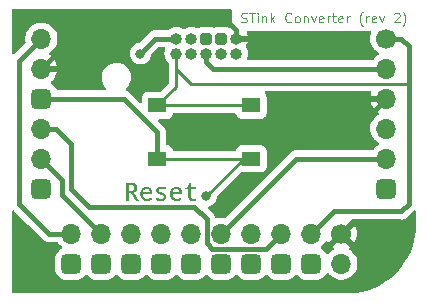
<source format=gtl>
%TF.GenerationSoftware,KiCad,Pcbnew,7.0.1*%
%TF.CreationDate,2023-05-29T15:36:49+02:00*%
%TF.ProjectId,stlink-converter,73746c69-6e6b-42d6-936f-6e7665727465,rev?*%
%TF.SameCoordinates,Original*%
%TF.FileFunction,Copper,L1,Top*%
%TF.FilePolarity,Positive*%
%FSLAX46Y46*%
G04 Gerber Fmt 4.6, Leading zero omitted, Abs format (unit mm)*
G04 Created by KiCad (PCBNEW 7.0.1) date 2023-05-29 15:36:49*
%MOMM*%
%LPD*%
G01*
G04 APERTURE LIST*
G04 Aperture macros list*
%AMRoundRect*
0 Rectangle with rounded corners*
0 $1 Rounding radius*
0 $2 $3 $4 $5 $6 $7 $8 $9 X,Y pos of 4 corners*
0 Add a 4 corners polygon primitive as box body*
4,1,4,$2,$3,$4,$5,$6,$7,$8,$9,$2,$3,0*
0 Add four circle primitives for the rounded corners*
1,1,$1+$1,$2,$3*
1,1,$1+$1,$4,$5*
1,1,$1+$1,$6,$7*
1,1,$1+$1,$8,$9*
0 Add four rect primitives between the rounded corners*
20,1,$1+$1,$2,$3,$4,$5,0*
20,1,$1+$1,$4,$5,$6,$7,0*
20,1,$1+$1,$6,$7,$8,$9,0*
20,1,$1+$1,$8,$9,$2,$3,0*%
G04 Aperture macros list end*
%ADD10C,0.100000*%
%TA.AperFunction,NonConductor*%
%ADD11C,0.100000*%
%TD*%
%ADD12C,0.300000*%
%TA.AperFunction,NonConductor*%
%ADD13C,0.300000*%
%TD*%
%TA.AperFunction,ComponentPad*%
%ADD14C,1.000000*%
%TD*%
%TA.AperFunction,ComponentPad*%
%ADD15O,1.000000X1.000000*%
%TD*%
%TA.AperFunction,ComponentPad*%
%ADD16RoundRect,0.250000X0.250000X-0.250000X0.250000X0.250000X-0.250000X0.250000X-0.250000X-0.250000X0*%
%TD*%
%TA.AperFunction,ComponentPad*%
%ADD17RoundRect,0.425000X-0.425000X0.425000X-0.425000X-0.425000X0.425000X-0.425000X0.425000X0.425000X0*%
%TD*%
%TA.AperFunction,ComponentPad*%
%ADD18O,1.700000X1.700000*%
%TD*%
%TA.AperFunction,ComponentPad*%
%ADD19C,1.700000*%
%TD*%
%TA.AperFunction,SMDPad,CuDef*%
%ADD20R,1.550000X1.300000*%
%TD*%
%TA.AperFunction,ComponentPad*%
%ADD21RoundRect,0.425000X-0.425000X-0.425000X0.425000X-0.425000X0.425000X0.425000X-0.425000X0.425000X0*%
%TD*%
%TA.AperFunction,ComponentPad*%
%ADD22RoundRect,0.425000X0.425000X0.425000X-0.425000X0.425000X-0.425000X-0.425000X0.425000X-0.425000X0*%
%TD*%
%TA.AperFunction,ViaPad*%
%ADD23C,0.800000*%
%TD*%
%TA.AperFunction,Conductor*%
%ADD24C,0.400000*%
%TD*%
%TA.AperFunction,Conductor*%
%ADD25C,0.250000*%
%TD*%
G04 APERTURE END LIST*
D10*
D11*
X112166380Y-68444000D02*
X112280666Y-68482095D01*
X112280666Y-68482095D02*
X112471142Y-68482095D01*
X112471142Y-68482095D02*
X112547333Y-68444000D01*
X112547333Y-68444000D02*
X112585428Y-68405904D01*
X112585428Y-68405904D02*
X112623523Y-68329714D01*
X112623523Y-68329714D02*
X112623523Y-68253523D01*
X112623523Y-68253523D02*
X112585428Y-68177333D01*
X112585428Y-68177333D02*
X112547333Y-68139238D01*
X112547333Y-68139238D02*
X112471142Y-68101142D01*
X112471142Y-68101142D02*
X112318761Y-68063047D01*
X112318761Y-68063047D02*
X112242571Y-68024952D01*
X112242571Y-68024952D02*
X112204476Y-67986857D01*
X112204476Y-67986857D02*
X112166380Y-67910666D01*
X112166380Y-67910666D02*
X112166380Y-67834476D01*
X112166380Y-67834476D02*
X112204476Y-67758285D01*
X112204476Y-67758285D02*
X112242571Y-67720190D01*
X112242571Y-67720190D02*
X112318761Y-67682095D01*
X112318761Y-67682095D02*
X112509238Y-67682095D01*
X112509238Y-67682095D02*
X112623523Y-67720190D01*
X112852095Y-67682095D02*
X113309238Y-67682095D01*
X113080666Y-68482095D02*
X113080666Y-67682095D01*
X113575905Y-68482095D02*
X113575905Y-67948761D01*
X113575905Y-67682095D02*
X113537809Y-67720190D01*
X113537809Y-67720190D02*
X113575905Y-67758285D01*
X113575905Y-67758285D02*
X113614000Y-67720190D01*
X113614000Y-67720190D02*
X113575905Y-67682095D01*
X113575905Y-67682095D02*
X113575905Y-67758285D01*
X113956857Y-67948761D02*
X113956857Y-68482095D01*
X113956857Y-68024952D02*
X113994952Y-67986857D01*
X113994952Y-67986857D02*
X114071142Y-67948761D01*
X114071142Y-67948761D02*
X114185428Y-67948761D01*
X114185428Y-67948761D02*
X114261619Y-67986857D01*
X114261619Y-67986857D02*
X114299714Y-68063047D01*
X114299714Y-68063047D02*
X114299714Y-68482095D01*
X114680667Y-68482095D02*
X114680667Y-67682095D01*
X114756857Y-68177333D02*
X114985429Y-68482095D01*
X114985429Y-67948761D02*
X114680667Y-68253523D01*
X116394953Y-68405904D02*
X116356857Y-68444000D01*
X116356857Y-68444000D02*
X116242572Y-68482095D01*
X116242572Y-68482095D02*
X116166381Y-68482095D01*
X116166381Y-68482095D02*
X116052095Y-68444000D01*
X116052095Y-68444000D02*
X115975905Y-68367809D01*
X115975905Y-68367809D02*
X115937810Y-68291619D01*
X115937810Y-68291619D02*
X115899714Y-68139238D01*
X115899714Y-68139238D02*
X115899714Y-68024952D01*
X115899714Y-68024952D02*
X115937810Y-67872571D01*
X115937810Y-67872571D02*
X115975905Y-67796380D01*
X115975905Y-67796380D02*
X116052095Y-67720190D01*
X116052095Y-67720190D02*
X116166381Y-67682095D01*
X116166381Y-67682095D02*
X116242572Y-67682095D01*
X116242572Y-67682095D02*
X116356857Y-67720190D01*
X116356857Y-67720190D02*
X116394953Y-67758285D01*
X116852095Y-68482095D02*
X116775905Y-68444000D01*
X116775905Y-68444000D02*
X116737810Y-68405904D01*
X116737810Y-68405904D02*
X116699714Y-68329714D01*
X116699714Y-68329714D02*
X116699714Y-68101142D01*
X116699714Y-68101142D02*
X116737810Y-68024952D01*
X116737810Y-68024952D02*
X116775905Y-67986857D01*
X116775905Y-67986857D02*
X116852095Y-67948761D01*
X116852095Y-67948761D02*
X116966381Y-67948761D01*
X116966381Y-67948761D02*
X117042572Y-67986857D01*
X117042572Y-67986857D02*
X117080667Y-68024952D01*
X117080667Y-68024952D02*
X117118762Y-68101142D01*
X117118762Y-68101142D02*
X117118762Y-68329714D01*
X117118762Y-68329714D02*
X117080667Y-68405904D01*
X117080667Y-68405904D02*
X117042572Y-68444000D01*
X117042572Y-68444000D02*
X116966381Y-68482095D01*
X116966381Y-68482095D02*
X116852095Y-68482095D01*
X117461620Y-67948761D02*
X117461620Y-68482095D01*
X117461620Y-68024952D02*
X117499715Y-67986857D01*
X117499715Y-67986857D02*
X117575905Y-67948761D01*
X117575905Y-67948761D02*
X117690191Y-67948761D01*
X117690191Y-67948761D02*
X117766382Y-67986857D01*
X117766382Y-67986857D02*
X117804477Y-68063047D01*
X117804477Y-68063047D02*
X117804477Y-68482095D01*
X118109239Y-67948761D02*
X118299715Y-68482095D01*
X118299715Y-68482095D02*
X118490192Y-67948761D01*
X119099716Y-68444000D02*
X119023525Y-68482095D01*
X119023525Y-68482095D02*
X118871144Y-68482095D01*
X118871144Y-68482095D02*
X118794954Y-68444000D01*
X118794954Y-68444000D02*
X118756858Y-68367809D01*
X118756858Y-68367809D02*
X118756858Y-68063047D01*
X118756858Y-68063047D02*
X118794954Y-67986857D01*
X118794954Y-67986857D02*
X118871144Y-67948761D01*
X118871144Y-67948761D02*
X119023525Y-67948761D01*
X119023525Y-67948761D02*
X119099716Y-67986857D01*
X119099716Y-67986857D02*
X119137811Y-68063047D01*
X119137811Y-68063047D02*
X119137811Y-68139238D01*
X119137811Y-68139238D02*
X118756858Y-68215428D01*
X119480668Y-68482095D02*
X119480668Y-67948761D01*
X119480668Y-68101142D02*
X119518763Y-68024952D01*
X119518763Y-68024952D02*
X119556858Y-67986857D01*
X119556858Y-67986857D02*
X119633049Y-67948761D01*
X119633049Y-67948761D02*
X119709239Y-67948761D01*
X119861620Y-67948761D02*
X120166382Y-67948761D01*
X119975906Y-67682095D02*
X119975906Y-68367809D01*
X119975906Y-68367809D02*
X120014001Y-68444000D01*
X120014001Y-68444000D02*
X120090191Y-68482095D01*
X120090191Y-68482095D02*
X120166382Y-68482095D01*
X120737811Y-68444000D02*
X120661620Y-68482095D01*
X120661620Y-68482095D02*
X120509239Y-68482095D01*
X120509239Y-68482095D02*
X120433049Y-68444000D01*
X120433049Y-68444000D02*
X120394953Y-68367809D01*
X120394953Y-68367809D02*
X120394953Y-68063047D01*
X120394953Y-68063047D02*
X120433049Y-67986857D01*
X120433049Y-67986857D02*
X120509239Y-67948761D01*
X120509239Y-67948761D02*
X120661620Y-67948761D01*
X120661620Y-67948761D02*
X120737811Y-67986857D01*
X120737811Y-67986857D02*
X120775906Y-68063047D01*
X120775906Y-68063047D02*
X120775906Y-68139238D01*
X120775906Y-68139238D02*
X120394953Y-68215428D01*
X121118763Y-68482095D02*
X121118763Y-67948761D01*
X121118763Y-68101142D02*
X121156858Y-68024952D01*
X121156858Y-68024952D02*
X121194953Y-67986857D01*
X121194953Y-67986857D02*
X121271144Y-67948761D01*
X121271144Y-67948761D02*
X121347334Y-67948761D01*
X122452096Y-68786857D02*
X122414001Y-68748761D01*
X122414001Y-68748761D02*
X122337810Y-68634476D01*
X122337810Y-68634476D02*
X122299715Y-68558285D01*
X122299715Y-68558285D02*
X122261620Y-68444000D01*
X122261620Y-68444000D02*
X122223525Y-68253523D01*
X122223525Y-68253523D02*
X122223525Y-68101142D01*
X122223525Y-68101142D02*
X122261620Y-67910666D01*
X122261620Y-67910666D02*
X122299715Y-67796380D01*
X122299715Y-67796380D02*
X122337810Y-67720190D01*
X122337810Y-67720190D02*
X122414001Y-67605904D01*
X122414001Y-67605904D02*
X122452096Y-67567809D01*
X122756858Y-68482095D02*
X122756858Y-67948761D01*
X122756858Y-68101142D02*
X122794953Y-68024952D01*
X122794953Y-68024952D02*
X122833048Y-67986857D01*
X122833048Y-67986857D02*
X122909239Y-67948761D01*
X122909239Y-67948761D02*
X122985429Y-67948761D01*
X123556858Y-68444000D02*
X123480667Y-68482095D01*
X123480667Y-68482095D02*
X123328286Y-68482095D01*
X123328286Y-68482095D02*
X123252096Y-68444000D01*
X123252096Y-68444000D02*
X123214000Y-68367809D01*
X123214000Y-68367809D02*
X123214000Y-68063047D01*
X123214000Y-68063047D02*
X123252096Y-67986857D01*
X123252096Y-67986857D02*
X123328286Y-67948761D01*
X123328286Y-67948761D02*
X123480667Y-67948761D01*
X123480667Y-67948761D02*
X123556858Y-67986857D01*
X123556858Y-67986857D02*
X123594953Y-68063047D01*
X123594953Y-68063047D02*
X123594953Y-68139238D01*
X123594953Y-68139238D02*
X123214000Y-68215428D01*
X123861619Y-67948761D02*
X124052095Y-68482095D01*
X124052095Y-68482095D02*
X124242572Y-67948761D01*
X125118762Y-67758285D02*
X125156858Y-67720190D01*
X125156858Y-67720190D02*
X125233048Y-67682095D01*
X125233048Y-67682095D02*
X125423524Y-67682095D01*
X125423524Y-67682095D02*
X125499715Y-67720190D01*
X125499715Y-67720190D02*
X125537810Y-67758285D01*
X125537810Y-67758285D02*
X125575905Y-67834476D01*
X125575905Y-67834476D02*
X125575905Y-67910666D01*
X125575905Y-67910666D02*
X125537810Y-68024952D01*
X125537810Y-68024952D02*
X125080667Y-68482095D01*
X125080667Y-68482095D02*
X125575905Y-68482095D01*
X125842572Y-68786857D02*
X125880667Y-68748761D01*
X125880667Y-68748761D02*
X125956858Y-68634476D01*
X125956858Y-68634476D02*
X125994953Y-68558285D01*
X125994953Y-68558285D02*
X126033048Y-68444000D01*
X126033048Y-68444000D02*
X126071144Y-68253523D01*
X126071144Y-68253523D02*
X126071144Y-68101142D01*
X126071144Y-68101142D02*
X126033048Y-67910666D01*
X126033048Y-67910666D02*
X125994953Y-67796380D01*
X125994953Y-67796380D02*
X125956858Y-67720190D01*
X125956858Y-67720190D02*
X125880667Y-67605904D01*
X125880667Y-67605904D02*
X125842572Y-67567809D01*
D12*
D13*
G36*
X102839859Y-82041356D02*
G01*
X102872486Y-82042653D01*
X102904044Y-82044814D01*
X102934532Y-82047839D01*
X102963950Y-82051729D01*
X102992299Y-82056483D01*
X103019578Y-82062102D01*
X103045787Y-82068585D01*
X103070926Y-82075932D01*
X103094995Y-82084144D01*
X103117995Y-82093220D01*
X103139925Y-82103160D01*
X103160785Y-82113965D01*
X103180576Y-82125634D01*
X103199296Y-82138168D01*
X103216947Y-82151566D01*
X103233529Y-82165829D01*
X103249040Y-82180955D01*
X103263482Y-82196947D01*
X103276854Y-82213802D01*
X103289156Y-82231522D01*
X103300388Y-82250107D01*
X103310551Y-82269555D01*
X103319644Y-82289869D01*
X103327667Y-82311046D01*
X103334620Y-82333088D01*
X103340504Y-82355995D01*
X103345318Y-82379765D01*
X103349062Y-82404400D01*
X103351736Y-82429900D01*
X103353341Y-82456264D01*
X103353876Y-82483492D01*
X103353591Y-82502418D01*
X103352735Y-82520956D01*
X103351310Y-82539106D01*
X103349314Y-82556868D01*
X103346747Y-82574242D01*
X103343611Y-82591229D01*
X103339904Y-82607828D01*
X103335626Y-82624039D01*
X103330779Y-82639862D01*
X103325361Y-82655297D01*
X103319373Y-82670344D01*
X103312815Y-82685004D01*
X103305686Y-82699276D01*
X103297987Y-82713160D01*
X103289718Y-82726656D01*
X103280878Y-82739764D01*
X103271468Y-82752484D01*
X103261488Y-82764817D01*
X103250937Y-82776762D01*
X103239816Y-82788319D01*
X103228125Y-82799488D01*
X103215864Y-82810269D01*
X103203032Y-82820663D01*
X103189630Y-82830668D01*
X103175658Y-82840286D01*
X103161115Y-82849516D01*
X103146003Y-82858358D01*
X103130319Y-82866812D01*
X103114066Y-82874879D01*
X103097242Y-82882557D01*
X103079848Y-82889848D01*
X103061884Y-82896751D01*
X103474043Y-83565000D01*
X103221252Y-83565000D01*
X102860383Y-82955003D01*
X102642763Y-82955003D01*
X102642763Y-83565000D01*
X102426608Y-83565000D01*
X102426608Y-82228136D01*
X102642763Y-82228136D01*
X102642763Y-82767791D01*
X102799933Y-82767791D01*
X102821095Y-82767535D01*
X102841533Y-82766766D01*
X102861246Y-82765485D01*
X102880236Y-82763692D01*
X102898501Y-82761387D01*
X102916042Y-82758569D01*
X102932859Y-82755239D01*
X102948952Y-82751396D01*
X102964321Y-82747041D01*
X102978965Y-82742174D01*
X102992886Y-82736794D01*
X103012408Y-82727764D01*
X103030302Y-82717582D01*
X103046566Y-82706246D01*
X103051625Y-82702212D01*
X103065899Y-82689223D01*
X103078768Y-82674850D01*
X103090233Y-82659093D01*
X103100295Y-82641950D01*
X103108952Y-82623424D01*
X103116206Y-82603512D01*
X103122055Y-82582216D01*
X103125175Y-82567250D01*
X103127671Y-82551668D01*
X103129543Y-82535470D01*
X103130791Y-82518658D01*
X103131415Y-82501230D01*
X103131493Y-82492285D01*
X103131185Y-82474964D01*
X103130262Y-82458265D01*
X103128724Y-82442186D01*
X103126570Y-82426729D01*
X103123801Y-82411892D01*
X103118493Y-82390802D01*
X103111801Y-82371110D01*
X103103724Y-82352815D01*
X103094263Y-82335917D01*
X103083417Y-82320417D01*
X103071186Y-82306315D01*
X103057571Y-82293610D01*
X103052725Y-82289685D01*
X103037135Y-82278686D01*
X103019769Y-82268768D01*
X103000625Y-82259933D01*
X102986875Y-82254643D01*
X102972335Y-82249835D01*
X102957005Y-82245507D01*
X102940885Y-82241660D01*
X102923975Y-82238294D01*
X102906275Y-82235409D01*
X102887785Y-82233005D01*
X102868505Y-82231082D01*
X102848435Y-82229639D01*
X102827575Y-82228677D01*
X102805925Y-82228196D01*
X102794804Y-82228136D01*
X102642763Y-82228136D01*
X102426608Y-82228136D01*
X102426608Y-82040924D01*
X102806161Y-82040924D01*
X102839859Y-82041356D01*
G37*
G36*
X104184897Y-82393189D02*
G01*
X104211781Y-82394855D01*
X104237963Y-82397631D01*
X104263444Y-82401518D01*
X104288224Y-82406516D01*
X104312302Y-82412624D01*
X104335679Y-82419842D01*
X104358355Y-82428171D01*
X104380330Y-82437611D01*
X104401603Y-82448161D01*
X104422176Y-82459822D01*
X104442047Y-82472593D01*
X104461216Y-82486475D01*
X104479685Y-82501467D01*
X104497452Y-82517570D01*
X104514518Y-82534783D01*
X104530711Y-82552915D01*
X104545859Y-82571775D01*
X104559963Y-82591361D01*
X104573022Y-82611674D01*
X104585036Y-82632714D01*
X104596005Y-82654481D01*
X104605930Y-82676975D01*
X104614810Y-82700197D01*
X104622646Y-82724145D01*
X104629436Y-82748820D01*
X104635182Y-82774222D01*
X104639883Y-82800351D01*
X104643540Y-82827208D01*
X104646152Y-82854791D01*
X104647719Y-82883101D01*
X104648241Y-82912138D01*
X104648241Y-83040732D01*
X103851032Y-83040732D01*
X103851810Y-83062912D01*
X103853228Y-83084387D01*
X103855285Y-83105158D01*
X103857982Y-83125225D01*
X103861318Y-83144588D01*
X103865295Y-83163247D01*
X103869911Y-83181201D01*
X103875167Y-83198452D01*
X103881062Y-83214999D01*
X103887597Y-83230841D01*
X103894772Y-83245979D01*
X103902587Y-83260413D01*
X103911041Y-83274143D01*
X103920135Y-83287169D01*
X103929869Y-83299491D01*
X103940242Y-83311109D01*
X103951255Y-83322023D01*
X103962908Y-83332232D01*
X103975200Y-83341738D01*
X103988133Y-83350539D01*
X104001705Y-83358636D01*
X104015916Y-83366029D01*
X104030768Y-83372718D01*
X104046259Y-83378703D01*
X104062389Y-83383984D01*
X104079160Y-83388561D01*
X104096570Y-83392433D01*
X104114620Y-83395602D01*
X104133310Y-83398066D01*
X104152639Y-83399826D01*
X104172608Y-83400883D01*
X104193217Y-83401235D01*
X104218022Y-83400904D01*
X104242796Y-83399912D01*
X104267538Y-83398259D01*
X104292249Y-83395945D01*
X104316929Y-83392970D01*
X104341577Y-83389334D01*
X104366193Y-83385036D01*
X104390778Y-83380077D01*
X104415332Y-83374457D01*
X104439854Y-83368176D01*
X104464345Y-83361234D01*
X104488804Y-83353630D01*
X104513231Y-83345366D01*
X104537628Y-83336440D01*
X104561992Y-83326853D01*
X104586325Y-83316605D01*
X104586325Y-83507114D01*
X104563691Y-83516963D01*
X104540850Y-83526176D01*
X104517804Y-83534754D01*
X104494551Y-83542697D01*
X104471092Y-83550004D01*
X104447428Y-83556676D01*
X104423557Y-83562713D01*
X104399480Y-83568114D01*
X104375197Y-83572879D01*
X104350707Y-83577009D01*
X104326012Y-83580504D01*
X104301111Y-83583364D01*
X104276003Y-83585587D01*
X104250690Y-83587176D01*
X104225170Y-83588129D01*
X104199445Y-83588447D01*
X104183470Y-83588293D01*
X104167696Y-83587831D01*
X104152120Y-83587062D01*
X104136745Y-83585985D01*
X104121569Y-83584601D01*
X104106593Y-83582908D01*
X104091816Y-83580908D01*
X104077239Y-83578601D01*
X104048684Y-83573062D01*
X104020928Y-83566293D01*
X103993970Y-83558293D01*
X103967811Y-83549063D01*
X103942450Y-83538601D01*
X103917888Y-83526909D01*
X103894124Y-83513986D01*
X103871159Y-83499832D01*
X103848993Y-83484448D01*
X103827625Y-83467833D01*
X103807056Y-83449987D01*
X103787285Y-83430910D01*
X103768519Y-83410760D01*
X103750963Y-83389694D01*
X103734619Y-83367712D01*
X103719485Y-83344815D01*
X103705561Y-83321001D01*
X103692849Y-83296271D01*
X103681347Y-83270626D01*
X103671056Y-83244064D01*
X103661975Y-83216587D01*
X103657889Y-83202505D01*
X103654106Y-83188194D01*
X103650625Y-83173654D01*
X103647447Y-83158885D01*
X103644571Y-83143887D01*
X103641999Y-83128660D01*
X103639728Y-83113204D01*
X103637761Y-83097519D01*
X103636096Y-83081605D01*
X103634734Y-83065462D01*
X103633675Y-83049090D01*
X103632918Y-83032489D01*
X103632464Y-83015659D01*
X103632313Y-82998600D01*
X103632452Y-82981333D01*
X103632870Y-82964288D01*
X103633565Y-82947467D01*
X103634540Y-82930869D01*
X103635792Y-82914494D01*
X103637323Y-82898342D01*
X103639132Y-82882414D01*
X103641220Y-82866709D01*
X103642004Y-82861580D01*
X103855795Y-82861580D01*
X104421461Y-82861580D01*
X104421199Y-82843751D01*
X104420412Y-82826488D01*
X104419101Y-82809791D01*
X104417265Y-82793660D01*
X104414905Y-82778094D01*
X104412020Y-82763095D01*
X104408611Y-82748662D01*
X104400219Y-82721494D01*
X104389729Y-82696590D01*
X104377141Y-82673950D01*
X104362455Y-82653574D01*
X104345671Y-82635461D01*
X104326789Y-82619613D01*
X104305809Y-82606029D01*
X104282731Y-82594709D01*
X104257555Y-82585653D01*
X104230280Y-82578861D01*
X104200908Y-82574333D01*
X104185436Y-82572918D01*
X104169438Y-82572069D01*
X104152916Y-82571786D01*
X104136123Y-82572069D01*
X104119813Y-82572918D01*
X104103989Y-82574333D01*
X104088648Y-82576314D01*
X104073792Y-82578861D01*
X104059421Y-82581974D01*
X104032131Y-82589898D01*
X104006779Y-82600086D01*
X103983364Y-82612538D01*
X103961888Y-82627254D01*
X103942349Y-82644234D01*
X103924747Y-82663479D01*
X103909084Y-82684987D01*
X103895358Y-82708759D01*
X103883570Y-82734795D01*
X103878403Y-82748662D01*
X103873720Y-82763095D01*
X103869521Y-82778094D01*
X103865807Y-82793660D01*
X103862577Y-82809791D01*
X103859832Y-82826488D01*
X103857571Y-82843751D01*
X103855795Y-82861580D01*
X103642004Y-82861580D01*
X103643586Y-82851227D01*
X103646230Y-82835969D01*
X103649153Y-82820934D01*
X103652354Y-82806122D01*
X103655833Y-82791533D01*
X103659591Y-82777167D01*
X103663627Y-82763025D01*
X103672535Y-82735411D01*
X103682555Y-82708689D01*
X103693689Y-82682860D01*
X103705937Y-82657924D01*
X103719298Y-82633882D01*
X103733772Y-82610732D01*
X103749359Y-82588476D01*
X103766060Y-82567112D01*
X103774829Y-82556765D01*
X103793067Y-82536890D01*
X103812060Y-82518297D01*
X103831810Y-82500986D01*
X103852315Y-82484958D01*
X103873575Y-82470211D01*
X103895591Y-82456748D01*
X103918363Y-82444566D01*
X103941891Y-82433667D01*
X103966174Y-82424050D01*
X103991212Y-82415715D01*
X104017007Y-82408662D01*
X104043557Y-82402892D01*
X104070862Y-82398404D01*
X104098924Y-82395198D01*
X104127740Y-82393275D01*
X104142432Y-82392794D01*
X104157313Y-82392634D01*
X104184897Y-82393189D01*
G37*
G36*
X104964780Y-83512609D02*
G01*
X104964780Y-83316605D01*
X104991302Y-83327829D01*
X105017565Y-83338329D01*
X105043567Y-83348105D01*
X105069308Y-83357156D01*
X105094789Y-83365484D01*
X105120009Y-83373088D01*
X105144969Y-83379967D01*
X105169669Y-83386122D01*
X105194108Y-83391553D01*
X105218287Y-83396260D01*
X105242205Y-83400243D01*
X105265862Y-83403502D01*
X105289260Y-83406036D01*
X105312396Y-83407846D01*
X105335273Y-83408933D01*
X105357889Y-83409295D01*
X105374591Y-83409145D01*
X105390763Y-83408696D01*
X105406404Y-83407949D01*
X105421516Y-83406902D01*
X105450148Y-83403911D01*
X105476659Y-83399723D01*
X105501050Y-83394340D01*
X105523319Y-83387759D01*
X105543468Y-83379983D01*
X105561495Y-83371010D01*
X105577402Y-83360840D01*
X105591188Y-83349474D01*
X105602853Y-83336912D01*
X105612397Y-83323153D01*
X105619820Y-83308198D01*
X105625123Y-83292047D01*
X105628304Y-83274699D01*
X105629364Y-83256154D01*
X105628202Y-83239858D01*
X105624713Y-83224169D01*
X105618899Y-83209089D01*
X105610760Y-83194617D01*
X105600295Y-83180753D01*
X105587504Y-83167497D01*
X105581737Y-83162365D01*
X105567758Y-83151729D01*
X105554554Y-83143256D01*
X105539018Y-83134358D01*
X105521152Y-83125035D01*
X105507945Y-83118584D01*
X105493703Y-83111944D01*
X105478425Y-83105114D01*
X105462110Y-83098096D01*
X105444759Y-83090889D01*
X105426372Y-83083493D01*
X105406949Y-83075908D01*
X105386490Y-83068134D01*
X105364995Y-83060172D01*
X105353859Y-83056120D01*
X105338829Y-83050454D01*
X105324147Y-83044815D01*
X105309814Y-83039203D01*
X105295830Y-83033617D01*
X105282194Y-83028057D01*
X105255967Y-83017018D01*
X105231135Y-83006084D01*
X105207696Y-82995256D01*
X105185651Y-82984534D01*
X105165000Y-82973918D01*
X105145743Y-82963408D01*
X105127880Y-82953004D01*
X105111411Y-82942706D01*
X105096336Y-82932513D01*
X105082654Y-82922427D01*
X105070367Y-82912446D01*
X105059473Y-82902572D01*
X105045746Y-82887958D01*
X105034223Y-82873144D01*
X105023833Y-82857828D01*
X105014577Y-82842009D01*
X105006454Y-82825688D01*
X104999464Y-82808864D01*
X104993608Y-82791539D01*
X104988885Y-82773711D01*
X104985296Y-82755380D01*
X104982840Y-82736548D01*
X104981518Y-82717213D01*
X104981266Y-82704043D01*
X104981730Y-82686020D01*
X104983121Y-82668495D01*
X104985439Y-82651467D01*
X104988685Y-82634938D01*
X104992858Y-82618907D01*
X104997959Y-82603373D01*
X105003986Y-82588338D01*
X105010942Y-82573801D01*
X105018824Y-82559762D01*
X105027634Y-82546221D01*
X105037371Y-82533177D01*
X105048036Y-82520632D01*
X105059628Y-82508585D01*
X105072147Y-82497036D01*
X105085594Y-82485985D01*
X105099968Y-82475432D01*
X105115194Y-82465406D01*
X105131103Y-82456026D01*
X105147697Y-82447294D01*
X105164975Y-82439208D01*
X105182937Y-82431769D01*
X105201583Y-82424977D01*
X105220913Y-82418832D01*
X105240927Y-82413333D01*
X105261625Y-82408482D01*
X105283007Y-82404277D01*
X105305073Y-82400720D01*
X105327824Y-82397809D01*
X105351258Y-82395545D01*
X105375377Y-82393928D01*
X105400179Y-82392957D01*
X105425666Y-82392634D01*
X105451424Y-82392953D01*
X105477043Y-82393910D01*
X105502521Y-82395506D01*
X105527859Y-82397740D01*
X105553056Y-82400612D01*
X105578114Y-82404123D01*
X105603031Y-82408272D01*
X105627807Y-82413059D01*
X105652444Y-82418484D01*
X105676940Y-82424548D01*
X105701296Y-82431249D01*
X105725512Y-82438590D01*
X105749588Y-82446568D01*
X105773523Y-82455185D01*
X105797318Y-82464440D01*
X105820973Y-82474333D01*
X105750631Y-82649089D01*
X105726309Y-82639728D01*
X105702437Y-82630971D01*
X105679014Y-82622818D01*
X105656040Y-82615269D01*
X105633516Y-82608324D01*
X105611441Y-82601982D01*
X105589816Y-82596245D01*
X105568640Y-82591112D01*
X105547913Y-82586582D01*
X105527635Y-82582657D01*
X105507807Y-82579335D01*
X105488429Y-82576617D01*
X105469499Y-82574504D01*
X105451019Y-82572994D01*
X105432989Y-82572088D01*
X105415408Y-82571786D01*
X105387369Y-82572275D01*
X105361140Y-82573744D01*
X105336720Y-82576191D01*
X105314108Y-82579617D01*
X105293305Y-82584022D01*
X105274312Y-82589406D01*
X105257127Y-82595769D01*
X105241751Y-82603110D01*
X105228184Y-82611431D01*
X105216426Y-82620730D01*
X105202181Y-82636514D01*
X105192006Y-82654501D01*
X105185901Y-82674691D01*
X105184092Y-82689374D01*
X105183866Y-82697083D01*
X105185055Y-82714310D01*
X105188624Y-82730499D01*
X105194572Y-82745651D01*
X105202899Y-82759765D01*
X105213606Y-82772842D01*
X105226691Y-82784881D01*
X105232592Y-82789406D01*
X105247006Y-82798686D01*
X105260627Y-82806284D01*
X105276656Y-82814429D01*
X105295094Y-82823122D01*
X105308723Y-82829222D01*
X105323424Y-82835564D01*
X105339195Y-82842150D01*
X105356036Y-82848980D01*
X105373948Y-82856052D01*
X105392930Y-82863368D01*
X105412983Y-82870927D01*
X105434106Y-82878729D01*
X105456300Y-82886775D01*
X105467798Y-82890889D01*
X105494750Y-82900960D01*
X105520560Y-82911022D01*
X105545228Y-82921076D01*
X105568754Y-82931121D01*
X105591138Y-82941157D01*
X105612380Y-82951185D01*
X105632480Y-82961204D01*
X105651438Y-82971215D01*
X105669254Y-82981217D01*
X105685928Y-82991210D01*
X105701460Y-83001195D01*
X105715849Y-83011171D01*
X105729097Y-83021139D01*
X105741203Y-83031098D01*
X105752167Y-83041049D01*
X105761988Y-83050990D01*
X105775279Y-83066153D01*
X105787263Y-83081967D01*
X105797940Y-83098431D01*
X105807309Y-83115545D01*
X105815371Y-83133310D01*
X105822125Y-83151725D01*
X105827572Y-83170790D01*
X105831712Y-83190507D01*
X105834545Y-83210873D01*
X105836070Y-83231890D01*
X105836360Y-83246263D01*
X105835874Y-83266006D01*
X105834414Y-83285212D01*
X105831981Y-83303879D01*
X105828575Y-83322008D01*
X105824196Y-83339600D01*
X105818843Y-83356653D01*
X105812518Y-83373168D01*
X105805219Y-83389145D01*
X105796948Y-83404583D01*
X105787703Y-83419484D01*
X105777484Y-83433847D01*
X105766293Y-83447671D01*
X105754129Y-83460958D01*
X105740991Y-83473706D01*
X105726880Y-83485916D01*
X105711796Y-83497588D01*
X105695837Y-83508591D01*
X105679098Y-83518883D01*
X105661582Y-83528466D01*
X105643286Y-83537339D01*
X105624212Y-83545502D01*
X105604360Y-83552955D01*
X105583729Y-83559699D01*
X105562320Y-83565732D01*
X105540132Y-83571056D01*
X105517165Y-83575670D01*
X105493420Y-83579574D01*
X105468897Y-83582768D01*
X105443595Y-83585253D01*
X105417514Y-83587027D01*
X105390655Y-83588092D01*
X105363018Y-83588447D01*
X105346968Y-83588373D01*
X105331151Y-83588151D01*
X105315567Y-83587780D01*
X105300215Y-83587262D01*
X105285095Y-83586595D01*
X105270209Y-83585781D01*
X105255554Y-83584818D01*
X105226944Y-83582448D01*
X105199263Y-83579486D01*
X105172513Y-83575931D01*
X105146693Y-83571783D01*
X105121803Y-83567043D01*
X105097843Y-83561711D01*
X105074814Y-83555786D01*
X105052715Y-83549269D01*
X105031546Y-83542159D01*
X105011307Y-83534457D01*
X104991998Y-83526162D01*
X104973620Y-83517275D01*
X104964780Y-83512609D01*
G37*
G36*
X106705484Y-82393189D02*
G01*
X106732367Y-82394855D01*
X106758549Y-82397631D01*
X106784030Y-82401518D01*
X106808810Y-82406516D01*
X106832888Y-82412624D01*
X106856265Y-82419842D01*
X106878941Y-82428171D01*
X106900916Y-82437611D01*
X106922190Y-82448161D01*
X106942762Y-82459822D01*
X106962633Y-82472593D01*
X106981802Y-82486475D01*
X107000271Y-82501467D01*
X107018038Y-82517570D01*
X107035104Y-82534783D01*
X107051297Y-82552915D01*
X107066445Y-82571775D01*
X107080549Y-82591361D01*
X107093608Y-82611674D01*
X107105622Y-82632714D01*
X107116592Y-82654481D01*
X107126516Y-82676975D01*
X107135396Y-82700197D01*
X107143232Y-82724145D01*
X107150022Y-82748820D01*
X107155768Y-82774222D01*
X107160469Y-82800351D01*
X107164126Y-82827208D01*
X107166738Y-82854791D01*
X107168305Y-82883101D01*
X107168827Y-82912138D01*
X107168827Y-83040732D01*
X106371618Y-83040732D01*
X106372396Y-83062912D01*
X106373814Y-83084387D01*
X106375871Y-83105158D01*
X106378568Y-83125225D01*
X106381905Y-83144588D01*
X106385881Y-83163247D01*
X106390497Y-83181201D01*
X106395753Y-83198452D01*
X106401648Y-83214999D01*
X106408183Y-83230841D01*
X106415358Y-83245979D01*
X106423173Y-83260413D01*
X106431627Y-83274143D01*
X106440721Y-83287169D01*
X106450455Y-83299491D01*
X106460828Y-83311109D01*
X106471841Y-83322023D01*
X106483494Y-83332232D01*
X106495787Y-83341738D01*
X106508719Y-83350539D01*
X106522291Y-83358636D01*
X106536502Y-83366029D01*
X106551354Y-83372718D01*
X106566845Y-83378703D01*
X106582976Y-83383984D01*
X106599746Y-83388561D01*
X106617156Y-83392433D01*
X106635206Y-83395602D01*
X106653896Y-83398066D01*
X106673225Y-83399826D01*
X106693194Y-83400883D01*
X106713803Y-83401235D01*
X106738608Y-83400904D01*
X106763382Y-83399912D01*
X106788125Y-83398259D01*
X106812836Y-83395945D01*
X106837515Y-83392970D01*
X106862163Y-83389334D01*
X106886780Y-83385036D01*
X106911365Y-83380077D01*
X106935918Y-83374457D01*
X106960440Y-83368176D01*
X106984931Y-83361234D01*
X107009390Y-83353630D01*
X107033818Y-83345366D01*
X107058214Y-83336440D01*
X107082578Y-83326853D01*
X107106912Y-83316605D01*
X107106912Y-83507114D01*
X107084277Y-83516963D01*
X107061437Y-83526176D01*
X107038390Y-83534754D01*
X107015137Y-83542697D01*
X106991679Y-83550004D01*
X106968014Y-83556676D01*
X106944143Y-83562713D01*
X106920066Y-83568114D01*
X106895783Y-83572879D01*
X106871294Y-83577009D01*
X106846598Y-83580504D01*
X106821697Y-83583364D01*
X106796590Y-83585587D01*
X106771276Y-83587176D01*
X106745757Y-83588129D01*
X106720031Y-83588447D01*
X106704056Y-83588293D01*
X106688282Y-83587831D01*
X106672707Y-83587062D01*
X106657331Y-83585985D01*
X106642155Y-83584601D01*
X106627179Y-83582908D01*
X106612402Y-83580908D01*
X106597826Y-83578601D01*
X106569271Y-83573062D01*
X106541514Y-83566293D01*
X106514556Y-83558293D01*
X106488397Y-83549063D01*
X106463036Y-83538601D01*
X106438474Y-83526909D01*
X106414711Y-83513986D01*
X106391746Y-83499832D01*
X106369579Y-83484448D01*
X106348211Y-83467833D01*
X106327642Y-83449987D01*
X106307871Y-83430910D01*
X106289105Y-83410760D01*
X106271550Y-83389694D01*
X106255205Y-83367712D01*
X106240071Y-83344815D01*
X106226148Y-83321001D01*
X106213435Y-83296271D01*
X106201933Y-83270626D01*
X106191642Y-83244064D01*
X106182562Y-83216587D01*
X106178475Y-83202505D01*
X106174692Y-83188194D01*
X106171211Y-83173654D01*
X106168033Y-83158885D01*
X106165158Y-83143887D01*
X106162585Y-83128660D01*
X106160315Y-83113204D01*
X106158347Y-83097519D01*
X106156683Y-83081605D01*
X106155320Y-83065462D01*
X106154261Y-83049090D01*
X106153504Y-83032489D01*
X106153050Y-83015659D01*
X106152899Y-82998600D01*
X106153038Y-82981333D01*
X106153456Y-82964288D01*
X106154152Y-82947467D01*
X106155126Y-82930869D01*
X106156378Y-82914494D01*
X106157909Y-82898342D01*
X106159719Y-82882414D01*
X106161806Y-82866709D01*
X106162590Y-82861580D01*
X106376381Y-82861580D01*
X106942048Y-82861580D01*
X106941785Y-82843751D01*
X106940999Y-82826488D01*
X106939687Y-82809791D01*
X106937852Y-82793660D01*
X106935491Y-82778094D01*
X106932607Y-82763095D01*
X106929197Y-82748662D01*
X106920805Y-82721494D01*
X106910315Y-82696590D01*
X106897727Y-82673950D01*
X106883041Y-82653574D01*
X106866257Y-82635461D01*
X106847375Y-82619613D01*
X106826395Y-82606029D01*
X106803317Y-82594709D01*
X106778141Y-82585653D01*
X106750867Y-82578861D01*
X106721495Y-82574333D01*
X106706022Y-82572918D01*
X106690024Y-82572069D01*
X106673503Y-82571786D01*
X106656709Y-82572069D01*
X106640400Y-82572918D01*
X106624575Y-82574333D01*
X106609234Y-82576314D01*
X106594378Y-82578861D01*
X106580007Y-82581974D01*
X106552717Y-82589898D01*
X106527365Y-82600086D01*
X106503950Y-82612538D01*
X106482474Y-82627254D01*
X106462935Y-82644234D01*
X106445334Y-82663479D01*
X106429670Y-82684987D01*
X106415944Y-82708759D01*
X106404156Y-82734795D01*
X106398989Y-82748662D01*
X106394306Y-82763095D01*
X106390107Y-82778094D01*
X106386393Y-82793660D01*
X106383164Y-82809791D01*
X106380418Y-82826488D01*
X106378158Y-82843751D01*
X106376381Y-82861580D01*
X106162590Y-82861580D01*
X106164172Y-82851227D01*
X106166817Y-82835969D01*
X106169739Y-82820934D01*
X106172940Y-82806122D01*
X106176420Y-82791533D01*
X106180177Y-82777167D01*
X106184213Y-82763025D01*
X106193121Y-82735411D01*
X106203141Y-82708689D01*
X106214275Y-82682860D01*
X106226523Y-82657924D01*
X106239884Y-82633882D01*
X106254358Y-82610732D01*
X106269946Y-82588476D01*
X106286647Y-82567112D01*
X106295415Y-82556765D01*
X106313653Y-82536890D01*
X106332646Y-82518297D01*
X106352396Y-82500986D01*
X106372901Y-82484958D01*
X106394161Y-82470211D01*
X106416178Y-82456748D01*
X106438949Y-82444566D01*
X106462477Y-82433667D01*
X106486760Y-82424050D01*
X106511799Y-82415715D01*
X106537593Y-82408662D01*
X106564143Y-82402892D01*
X106591448Y-82398404D01*
X106619510Y-82395198D01*
X106648327Y-82393275D01*
X106663018Y-82392794D01*
X106677899Y-82392634D01*
X106705484Y-82393189D01*
G37*
G36*
X108350718Y-83388412D02*
G01*
X108350718Y-83552909D01*
X108332742Y-83557213D01*
X108314900Y-83561239D01*
X108297193Y-83564987D01*
X108279621Y-83568457D01*
X108262183Y-83571650D01*
X108244879Y-83574565D01*
X108227710Y-83577203D01*
X108210676Y-83579562D01*
X108193776Y-83581645D01*
X108177010Y-83583449D01*
X108160379Y-83584976D01*
X108143883Y-83586226D01*
X108127521Y-83587197D01*
X108111293Y-83587892D01*
X108095201Y-83588308D01*
X108079242Y-83588447D01*
X108055575Y-83588092D01*
X108032660Y-83587029D01*
X108010495Y-83585256D01*
X107989082Y-83582774D01*
X107968421Y-83579583D01*
X107948510Y-83575683D01*
X107929351Y-83571073D01*
X107910944Y-83565755D01*
X107893287Y-83559728D01*
X107876382Y-83552991D01*
X107860229Y-83545545D01*
X107844826Y-83537391D01*
X107830175Y-83528527D01*
X107816276Y-83518954D01*
X107803127Y-83508671D01*
X107790730Y-83497680D01*
X107779085Y-83485980D01*
X107768190Y-83473570D01*
X107758047Y-83460452D01*
X107748656Y-83446624D01*
X107740016Y-83432087D01*
X107732127Y-83416841D01*
X107724989Y-83400886D01*
X107718603Y-83384222D01*
X107712968Y-83366848D01*
X107708084Y-83348766D01*
X107703952Y-83329974D01*
X107700571Y-83310474D01*
X107697941Y-83290264D01*
X107696063Y-83269345D01*
X107694936Y-83247717D01*
X107694560Y-83225380D01*
X107694560Y-82586807D01*
X107419420Y-82586807D01*
X107419420Y-82462243D01*
X107696758Y-82411318D01*
X107776625Y-82114197D01*
X107905586Y-82114197D01*
X107905586Y-82416081D01*
X108356946Y-82416081D01*
X108356946Y-82586807D01*
X107905586Y-82586807D01*
X107905586Y-83222815D01*
X107906313Y-83245397D01*
X107908494Y-83266521D01*
X107912129Y-83286189D01*
X107917218Y-83304400D01*
X107923761Y-83321154D01*
X107931758Y-83336451D01*
X107941209Y-83350291D01*
X107952114Y-83362675D01*
X107964473Y-83373601D01*
X107978286Y-83383071D01*
X107993553Y-83391084D01*
X108010274Y-83397640D01*
X108028449Y-83402739D01*
X108048078Y-83406381D01*
X108069162Y-83408566D01*
X108091699Y-83409295D01*
X108110161Y-83409111D01*
X108129828Y-83408561D01*
X108150699Y-83407643D01*
X108172774Y-83406358D01*
X108188160Y-83405298D01*
X108204081Y-83404074D01*
X108220537Y-83402687D01*
X108237529Y-83401137D01*
X108255056Y-83399424D01*
X108273118Y-83397548D01*
X108291715Y-83395509D01*
X108310848Y-83393306D01*
X108330515Y-83390941D01*
X108350718Y-83388412D01*
G37*
D14*
%TO.P,J3,1,Pin_1*%
%TO.N,nRST*%
X106680000Y-71120000D03*
D15*
%TO.P,J3,2,Pin_2*%
%TO.N,GNDDETECT*%
X106680000Y-69850000D03*
%TO.P,J3,3,Pin_3*%
%TO.N,NC*%
X107950000Y-71120000D03*
%TO.P,J3,4,Pin_4*%
%TO.N,KEY*%
X107950000Y-69850000D03*
%TO.P,J3,5,Pin_5*%
%TO.N,SWO*%
X109220000Y-71120000D03*
D16*
%TO.P,J3,6,Pin_6*%
%TO.N,GND*%
X109220000Y-69850000D03*
D15*
%TO.P,J3,7,Pin_7*%
%TO.N,SWCLK*%
X110490000Y-71120000D03*
D16*
%TO.P,J3,8,Pin_8*%
%TO.N,GND*%
X110490000Y-69850000D03*
D15*
%TO.P,J3,9,Pin_9*%
%TO.N,SWDIO*%
X111760000Y-71120000D03*
%TO.P,J3,10,Pin_10*%
%TO.N,VCC*%
X111760000Y-69850000D03*
%TD*%
D17*
%TO.P,J1,20,Pin_20*%
%TO.N,GND*%
X97790000Y-88900000D03*
D18*
%TO.P,J1,19,Pin_19*%
%TO.N,T_SUPPLY*%
X97790000Y-86360000D03*
D17*
%TO.P,J1,18,Pin_18*%
%TO.N,GND*%
X100330000Y-88900000D03*
D18*
%TO.P,J1,17,Pin_17*%
%TO.N,RX*%
X100330000Y-86360000D03*
D17*
%TO.P,J1,16,Pin_16*%
%TO.N,GND*%
X102870000Y-88900000D03*
D18*
%TO.P,J1,15,Pin_15*%
%TO.N,RST*%
X102870000Y-86360000D03*
D17*
%TO.P,J1,14,Pin_14*%
%TO.N,GND*%
X105410000Y-88900000D03*
D18*
%TO.P,J1,13,Pin_13*%
%TO.N,T_JTDO*%
X105410000Y-86360000D03*
D17*
%TO.P,J1,12,Pin_12*%
%TO.N,GND*%
X107950000Y-88900000D03*
D18*
%TO.P,J1,11,Pin_11*%
%TO.N,T_JRCLK*%
X107950000Y-86360000D03*
D17*
%TO.P,J1,10,Pin_10*%
%TO.N,GND*%
X110490000Y-88900000D03*
D18*
%TO.P,J1,9,Pin_9*%
%TO.N,SWCLK*%
X110490000Y-86360000D03*
D17*
%TO.P,J1,8,Pin_8*%
%TO.N,GND*%
X113030000Y-88900000D03*
D18*
%TO.P,J1,7,Pin_7*%
%TO.N,SWDIO*%
X113030000Y-86360000D03*
D17*
%TO.P,J1,6,Pin_6*%
%TO.N,GND*%
X115570000Y-88900000D03*
D18*
%TO.P,J1,5,Pin_5*%
%TO.N,TX*%
X115570000Y-86360000D03*
D17*
%TO.P,J1,4,Pin_4*%
%TO.N,GND*%
X118110000Y-88900000D03*
D18*
%TO.P,J1,3,Pin_3*%
%TO.N,nRST*%
X118110000Y-86360000D03*
%TO.P,J1,2,Pin_2*%
%TO.N,unconnected-(J1-Pin_2-Pad2)*%
X120650000Y-88900000D03*
D19*
%TO.P,J1,1,Pin_1*%
%TO.N,VCC*%
X120650000Y-86360000D03*
%TD*%
D20*
%TO.P,SW1,1,1*%
%TO.N,nRST*%
X113030000Y-75510000D03*
X105080000Y-75510000D03*
%TO.P,SW1,2,2*%
%TO.N,GND*%
X113030000Y-80010000D03*
X105080000Y-80010000D03*
%TD*%
D19*
%TO.P,J4,1,Pin_1*%
%TO.N,nRST*%
X124460000Y-69850000D03*
D18*
%TO.P,J4,2,Pin_2*%
%TO.N,SWO*%
X124460000Y-72390000D03*
%TO.P,J4,3,Pin_3*%
%TO.N,VCC*%
X124460000Y-74930000D03*
%TO.P,J4,4,Pin_4*%
%TO.N,SWDIO*%
X124460000Y-77470000D03*
%TO.P,J4,5,Pin_5*%
%TO.N,SWCLK*%
X124460000Y-80010000D03*
D21*
%TO.P,J4,6,Pin_6*%
%TO.N,GND*%
X124460000Y-82550000D03*
%TD*%
D18*
%TO.P,J2,6,Pin_6*%
%TO.N,T_SUPPLY*%
X95250000Y-69850000D03*
%TO.P,J2,5,Pin_5*%
%TO.N,VCC*%
X95250000Y-72390000D03*
D22*
%TO.P,J2,4,Pin_4*%
%TO.N,GND*%
X95250000Y-74930000D03*
D18*
%TO.P,J2,3,Pin_3*%
%TO.N,TX*%
X95250000Y-77470000D03*
%TO.P,J2,2,Pin_2*%
%TO.N,RX*%
X95250000Y-80010000D03*
D22*
%TO.P,J2,1,Pin_1*%
%TO.N,GNDDETECT*%
X95250000Y-82550000D03*
%TD*%
D23*
%TO.N,GNDDETECT*%
X103632000Y-71120000D03*
%TO.N,GND*%
X109220000Y-83185000D03*
%TO.N,VCC*%
X121920000Y-78740000D03*
%TD*%
D24*
%TO.N,RX*%
X95250000Y-80010000D02*
X97028000Y-81788000D01*
X97028000Y-81788000D02*
X97028000Y-83058000D01*
X97028000Y-83058000D02*
X100330000Y-86360000D01*
%TO.N,TX*%
X95250000Y-77470000D02*
X96520000Y-77470000D01*
X96520000Y-77470000D02*
X97790000Y-78740000D01*
X97790000Y-78740000D02*
X97790000Y-82550000D01*
X97790000Y-82550000D02*
X99314000Y-84074000D01*
X99314000Y-84074000D02*
X108204000Y-84074000D01*
X108204000Y-84074000D02*
X109240000Y-85110000D01*
X109240000Y-85110000D02*
X109240000Y-87142000D01*
X109240000Y-87142000D02*
X109728000Y-87630000D01*
X109728000Y-87630000D02*
X114300000Y-87630000D01*
X114300000Y-87630000D02*
X115570000Y-86360000D01*
%TO.N,GND*%
X105080000Y-77775000D02*
X102235000Y-74930000D01*
X102235000Y-74930000D02*
X95250000Y-74930000D01*
%TO.N,GNDDETECT*%
X103632000Y-71120000D02*
X104902000Y-69850000D01*
X104902000Y-69850000D02*
X106680000Y-69850000D01*
D25*
%TO.N,nRST*%
X106680000Y-72390000D02*
X107950000Y-73660000D01*
X106680000Y-71120000D02*
X106680000Y-72390000D01*
X107950000Y-73660000D02*
X126365000Y-73660000D01*
D24*
X126365000Y-83820000D02*
X126365000Y-73660000D01*
X126365000Y-73660000D02*
X126365000Y-70485000D01*
D25*
%TO.N,GND*%
X112395000Y-80010000D02*
X109220000Y-83185000D01*
X113030000Y-80010000D02*
X112395000Y-80010000D01*
D24*
%TO.N,VCC*%
X124460000Y-74930000D02*
X121920000Y-77470000D01*
X121920000Y-77470000D02*
X121920000Y-78740000D01*
%TO.N,GND*%
X105080000Y-77775000D02*
X105080000Y-80010000D01*
%TO.N,VCC*%
X95250000Y-72390000D02*
X99060000Y-68580000D01*
X99060000Y-68580000D02*
X111197106Y-68580000D01*
X111197106Y-68580000D02*
X111760000Y-69142894D01*
X111760000Y-69142894D02*
X111760000Y-69850000D01*
%TO.N,T_SUPPLY*%
X95250000Y-69850000D02*
X93345000Y-71755000D01*
X93345000Y-71755000D02*
X93345000Y-83820000D01*
X93345000Y-83820000D02*
X95885000Y-86360000D01*
X95885000Y-86360000D02*
X97790000Y-86360000D01*
%TO.N,SWO*%
X124460000Y-72390000D02*
X109782894Y-72390000D01*
X109782894Y-72390000D02*
X109220000Y-71827106D01*
X109220000Y-71827106D02*
X109220000Y-71120000D01*
%TO.N,nRST*%
X120015000Y-84455000D02*
X125730000Y-84455000D01*
X118110000Y-86360000D02*
X120015000Y-84455000D01*
X125730000Y-84455000D02*
X126365000Y-83820000D01*
X126365000Y-70485000D02*
X125730000Y-69850000D01*
X125730000Y-69850000D02*
X124460000Y-69850000D01*
%TO.N,SWCLK*%
X124460000Y-80010000D02*
X116840000Y-80010000D01*
X116840000Y-80010000D02*
X110490000Y-86360000D01*
D25*
%TO.N,GND*%
X105080000Y-80010000D02*
X113030000Y-80010000D01*
%TO.N,nRST*%
X113030000Y-75510000D02*
X105080000Y-75510000D01*
X106680000Y-71120000D02*
X106680000Y-73910000D01*
X106680000Y-73910000D02*
X105080000Y-75510000D01*
%TD*%
%TA.AperFunction,Conductor*%
%TO.N,VCC*%
G36*
X126928556Y-84406310D02*
G01*
X126966160Y-84450319D01*
X126979689Y-84506604D01*
X126980018Y-85595468D01*
X126979917Y-85600508D01*
X126961267Y-86062399D01*
X126960460Y-86072372D01*
X126904933Y-86528770D01*
X126903325Y-86538645D01*
X126811181Y-86989084D01*
X126808782Y-86998798D01*
X126680623Y-87440336D01*
X126677449Y-87449825D01*
X126514100Y-87879614D01*
X126510170Y-87888815D01*
X126312714Y-88304010D01*
X126308056Y-88312866D01*
X126077758Y-88710805D01*
X126072401Y-88719255D01*
X125810779Y-89097317D01*
X125804758Y-89105309D01*
X125513495Y-89461060D01*
X125506850Y-89468539D01*
X125187856Y-89799647D01*
X125180628Y-89806567D01*
X124835990Y-90110866D01*
X124828229Y-90117181D01*
X124460161Y-90392717D01*
X124451916Y-90398385D01*
X124062836Y-90643344D01*
X124054160Y-90648329D01*
X123646599Y-90861121D01*
X123637550Y-90865390D01*
X123214164Y-91044629D01*
X123204800Y-91048155D01*
X122768333Y-91192676D01*
X122758716Y-91195435D01*
X122312024Y-91304295D01*
X122302215Y-91306270D01*
X121848202Y-91378760D01*
X121838266Y-91379938D01*
X121379869Y-91415590D01*
X121369870Y-91415962D01*
X120933344Y-91414610D01*
X120932786Y-91414500D01*
X120909072Y-91414500D01*
X120907254Y-91414500D01*
X120901866Y-91414383D01*
X120884970Y-91413648D01*
X120878720Y-91414500D01*
X92859500Y-91414500D01*
X92797500Y-91397887D01*
X92752113Y-91352500D01*
X92735500Y-91290500D01*
X92735500Y-84511832D01*
X92749015Y-84455537D01*
X92786615Y-84411514D01*
X92840102Y-84389359D01*
X92897818Y-84393901D01*
X92947180Y-84424150D01*
X94159584Y-85636555D01*
X95366231Y-86843202D01*
X95371365Y-86848656D01*
X95411727Y-86894215D01*
X95441986Y-86915101D01*
X95461838Y-86928805D01*
X95467857Y-86933234D01*
X95515774Y-86970774D01*
X95525230Y-86975029D01*
X95544780Y-86986056D01*
X95553325Y-86991954D01*
X95610248Y-87013542D01*
X95617169Y-87016409D01*
X95672665Y-87041386D01*
X95672670Y-87041388D01*
X95682882Y-87043259D01*
X95704490Y-87049282D01*
X95714199Y-87052965D01*
X95774633Y-87060302D01*
X95782025Y-87061426D01*
X95841907Y-87072401D01*
X95897964Y-87069010D01*
X95902666Y-87068726D01*
X95910152Y-87068500D01*
X96563044Y-87068500D01*
X96622062Y-87083445D01*
X96666853Y-87124679D01*
X96714277Y-87197267D01*
X96866760Y-87362906D01*
X96959979Y-87435462D01*
X96997679Y-87484210D01*
X97007256Y-87545086D01*
X96986346Y-87603055D01*
X96940112Y-87643799D01*
X96853780Y-87687787D01*
X96701280Y-87811280D01*
X96577789Y-87963778D01*
X96488701Y-88138621D01*
X96437914Y-88328162D01*
X96431500Y-88409665D01*
X96431500Y-89390334D01*
X96437914Y-89471836D01*
X96488701Y-89661378D01*
X96560989Y-89803250D01*
X96577789Y-89836221D01*
X96701280Y-89988720D01*
X96853779Y-90112211D01*
X97028621Y-90201298D01*
X97218164Y-90252086D01*
X97299663Y-90258500D01*
X98280336Y-90258499D01*
X98361836Y-90252086D01*
X98551379Y-90201298D01*
X98726221Y-90112211D01*
X98878720Y-89988720D01*
X98963635Y-89883857D01*
X99006617Y-89849974D01*
X99060000Y-89837895D01*
X99113383Y-89849974D01*
X99156364Y-89883857D01*
X99241280Y-89988720D01*
X99393779Y-90112211D01*
X99568621Y-90201298D01*
X99758164Y-90252086D01*
X99839663Y-90258500D01*
X100820336Y-90258499D01*
X100901836Y-90252086D01*
X101091379Y-90201298D01*
X101266221Y-90112211D01*
X101418720Y-89988720D01*
X101503635Y-89883857D01*
X101546617Y-89849974D01*
X101600000Y-89837895D01*
X101653383Y-89849974D01*
X101696364Y-89883857D01*
X101781280Y-89988720D01*
X101933779Y-90112211D01*
X102108621Y-90201298D01*
X102298164Y-90252086D01*
X102379663Y-90258500D01*
X103360336Y-90258499D01*
X103441836Y-90252086D01*
X103631379Y-90201298D01*
X103806221Y-90112211D01*
X103958720Y-89988720D01*
X104043635Y-89883857D01*
X104086617Y-89849974D01*
X104140000Y-89837895D01*
X104193383Y-89849974D01*
X104236364Y-89883857D01*
X104321280Y-89988720D01*
X104473779Y-90112211D01*
X104648621Y-90201298D01*
X104838164Y-90252086D01*
X104919663Y-90258500D01*
X105900336Y-90258499D01*
X105981836Y-90252086D01*
X106171379Y-90201298D01*
X106346221Y-90112211D01*
X106498720Y-89988720D01*
X106583635Y-89883857D01*
X106626617Y-89849974D01*
X106680000Y-89837895D01*
X106733383Y-89849974D01*
X106776364Y-89883857D01*
X106861280Y-89988720D01*
X107013779Y-90112211D01*
X107188621Y-90201298D01*
X107378164Y-90252086D01*
X107459663Y-90258500D01*
X108440336Y-90258499D01*
X108521836Y-90252086D01*
X108711379Y-90201298D01*
X108886221Y-90112211D01*
X109038720Y-89988720D01*
X109123635Y-89883857D01*
X109166617Y-89849974D01*
X109220000Y-89837895D01*
X109273383Y-89849974D01*
X109316364Y-89883857D01*
X109401280Y-89988720D01*
X109553779Y-90112211D01*
X109728621Y-90201298D01*
X109918164Y-90252086D01*
X109999663Y-90258500D01*
X110980336Y-90258499D01*
X111061836Y-90252086D01*
X111251379Y-90201298D01*
X111426221Y-90112211D01*
X111578720Y-89988720D01*
X111663635Y-89883857D01*
X111706617Y-89849974D01*
X111760000Y-89837895D01*
X111813383Y-89849974D01*
X111856364Y-89883857D01*
X111941280Y-89988720D01*
X112093779Y-90112211D01*
X112268621Y-90201298D01*
X112458164Y-90252086D01*
X112539663Y-90258500D01*
X113520336Y-90258499D01*
X113601836Y-90252086D01*
X113791379Y-90201298D01*
X113966221Y-90112211D01*
X114118720Y-89988720D01*
X114203635Y-89883857D01*
X114246617Y-89849974D01*
X114300000Y-89837895D01*
X114353383Y-89849974D01*
X114396364Y-89883857D01*
X114481280Y-89988720D01*
X114633779Y-90112211D01*
X114808621Y-90201298D01*
X114998164Y-90252086D01*
X115079663Y-90258500D01*
X116060336Y-90258499D01*
X116141836Y-90252086D01*
X116331379Y-90201298D01*
X116506221Y-90112211D01*
X116658720Y-89988720D01*
X116743635Y-89883857D01*
X116786617Y-89849974D01*
X116840000Y-89837895D01*
X116893383Y-89849974D01*
X116936364Y-89883857D01*
X117021280Y-89988720D01*
X117173779Y-90112211D01*
X117348621Y-90201298D01*
X117538164Y-90252086D01*
X117619663Y-90258500D01*
X118600336Y-90258499D01*
X118681836Y-90252086D01*
X118871379Y-90201298D01*
X119046221Y-90112211D01*
X119198720Y-89988720D01*
X119322211Y-89836221D01*
X119363790Y-89754617D01*
X119406667Y-89706966D01*
X119467613Y-89687093D01*
X119530339Y-89700313D01*
X119565260Y-89731602D01*
X119567318Y-89729708D01*
X119574278Y-89737268D01*
X119726760Y-89902906D01*
X119904424Y-90041189D01*
X120102426Y-90148342D01*
X120315365Y-90221444D01*
X120537431Y-90258500D01*
X120762569Y-90258500D01*
X120984635Y-90221444D01*
X121197574Y-90148342D01*
X121395576Y-90041189D01*
X121573240Y-89902906D01*
X121725722Y-89737268D01*
X121848860Y-89548791D01*
X121939296Y-89342616D01*
X121994564Y-89124368D01*
X122013156Y-88900000D01*
X121994564Y-88675632D01*
X121939296Y-88457384D01*
X121848860Y-88251209D01*
X121725722Y-88062732D01*
X121573240Y-87897094D01*
X121434955Y-87789462D01*
X121395575Y-87758810D01*
X121352302Y-87735392D01*
X121306663Y-87692842D01*
X121287525Y-87633452D01*
X121299734Y-87572261D01*
X121340198Y-87524763D01*
X121411373Y-87474925D01*
X120650000Y-86713553D01*
X119888625Y-87474925D01*
X119959801Y-87524763D01*
X120000265Y-87572261D01*
X120012474Y-87633452D01*
X119993336Y-87692841D01*
X119947698Y-87735392D01*
X119904422Y-87758812D01*
X119726760Y-87897094D01*
X119567318Y-88070292D01*
X119565261Y-88068399D01*
X119530326Y-88099693D01*
X119467603Y-88112905D01*
X119406663Y-88093031D01*
X119363789Y-88045380D01*
X119322211Y-87963779D01*
X119198720Y-87811280D01*
X119046221Y-87687789D01*
X118959887Y-87643799D01*
X118913654Y-87603055D01*
X118892743Y-87545086D01*
X118902320Y-87484210D01*
X118940018Y-87435464D01*
X119033240Y-87362906D01*
X119185722Y-87197268D01*
X119279748Y-87053349D01*
X119323664Y-87012595D01*
X119381563Y-86997188D01*
X119439927Y-87010726D01*
X119485131Y-87050049D01*
X119535072Y-87121373D01*
X119535073Y-87121373D01*
X120296445Y-86360001D01*
X121003553Y-86360001D01*
X121764925Y-87121373D01*
X121823600Y-87037576D01*
X121923430Y-86823492D01*
X121984569Y-86595318D01*
X122005157Y-86360000D01*
X121984569Y-86124681D01*
X121923430Y-85896507D01*
X121823599Y-85682421D01*
X121764926Y-85598626D01*
X121764925Y-85598625D01*
X121003553Y-86360000D01*
X121003553Y-86360001D01*
X120296445Y-86360001D01*
X121452260Y-85204187D01*
X121453217Y-85205144D01*
X121474463Y-85181961D01*
X121539559Y-85163500D01*
X125704837Y-85163500D01*
X125712324Y-85163726D01*
X125773093Y-85167402D01*
X125832994Y-85156424D01*
X125840364Y-85155303D01*
X125900801Y-85147965D01*
X125910498Y-85144287D01*
X125932124Y-85138259D01*
X125942329Y-85136389D01*
X125997850Y-85111400D01*
X126004752Y-85108542D01*
X126045189Y-85093205D01*
X126061675Y-85086954D01*
X126070219Y-85081055D01*
X126089754Y-85070037D01*
X126099226Y-85065775D01*
X126147162Y-85028217D01*
X126153143Y-85023816D01*
X126203273Y-84989215D01*
X126243673Y-84943611D01*
X126248760Y-84938208D01*
X126768010Y-84418958D01*
X126817364Y-84388712D01*
X126875072Y-84384165D01*
X126928556Y-84406310D01*
G37*
%TD.AperFunction*%
%TA.AperFunction,Conductor*%
G36*
X123132245Y-74308786D02*
G01*
X123177183Y-74350874D01*
X123196337Y-74409388D01*
X123187673Y-74455573D01*
X123189377Y-74456030D01*
X123129364Y-74679999D01*
X123129364Y-74680000D01*
X124586000Y-74680000D01*
X124648000Y-74696613D01*
X124693387Y-74742000D01*
X124710000Y-74804000D01*
X124710000Y-75056000D01*
X124693387Y-75118000D01*
X124648000Y-75163387D01*
X124586000Y-75180000D01*
X123129364Y-75180000D01*
X123186569Y-75393492D01*
X123286399Y-75607576D01*
X123421893Y-75801081D01*
X123588918Y-75968106D01*
X123769802Y-76094763D01*
X123810265Y-76142261D01*
X123822474Y-76203452D01*
X123803336Y-76262842D01*
X123757698Y-76305392D01*
X123714422Y-76328812D01*
X123536760Y-76467094D01*
X123384279Y-76632730D01*
X123261138Y-76821211D01*
X123170705Y-77027381D01*
X123115435Y-77245636D01*
X123096843Y-77470000D01*
X123115435Y-77694363D01*
X123115435Y-77694366D01*
X123115436Y-77694368D01*
X123124942Y-77731908D01*
X123170705Y-77912618D01*
X123261138Y-78118788D01*
X123261140Y-78118791D01*
X123384278Y-78307268D01*
X123536760Y-78472906D01*
X123714424Y-78611189D01*
X123750930Y-78630945D01*
X123798435Y-78676524D01*
X123815913Y-78739997D01*
X123798437Y-78803471D01*
X123750933Y-78849052D01*
X123714427Y-78868809D01*
X123714425Y-78868810D01*
X123714424Y-78868811D01*
X123662647Y-78909111D01*
X123536760Y-79007094D01*
X123384277Y-79172732D01*
X123336853Y-79245321D01*
X123292062Y-79286555D01*
X123233044Y-79301500D01*
X116865163Y-79301500D01*
X116857676Y-79301274D01*
X116796904Y-79297597D01*
X116737031Y-79308569D01*
X116729632Y-79309696D01*
X116669196Y-79317035D01*
X116659496Y-79320714D01*
X116637889Y-79326738D01*
X116627671Y-79328610D01*
X116572161Y-79353593D01*
X116565245Y-79356457D01*
X116508325Y-79378045D01*
X116499775Y-79383946D01*
X116480240Y-79394964D01*
X116470773Y-79399225D01*
X116422856Y-79436765D01*
X116416827Y-79441201D01*
X116366728Y-79475783D01*
X116326357Y-79521352D01*
X116321224Y-79526804D01*
X110856775Y-84991253D01*
X110806925Y-85021660D01*
X110748685Y-85025881D01*
X110602569Y-85001500D01*
X110377431Y-85001500D01*
X110155366Y-85038555D01*
X110098338Y-85058133D01*
X110043912Y-85064039D01*
X109992246Y-85045934D01*
X109953413Y-85007346D01*
X109934980Y-84955797D01*
X109934323Y-84950385D01*
X109932965Y-84939199D01*
X109929282Y-84929488D01*
X109923259Y-84907882D01*
X109921388Y-84897671D01*
X109896408Y-84842169D01*
X109893544Y-84835256D01*
X109871954Y-84778325D01*
X109866058Y-84769784D01*
X109855032Y-84750232D01*
X109850776Y-84740775D01*
X109813233Y-84692856D01*
X109808793Y-84686822D01*
X109774214Y-84636725D01*
X109728647Y-84596357D01*
X109723193Y-84591223D01*
X109402738Y-84270768D01*
X109370234Y-84213610D01*
X109371525Y-84147869D01*
X109406248Y-84092030D01*
X109464637Y-84061796D01*
X109502288Y-84053794D01*
X109676752Y-83976118D01*
X109831253Y-83863866D01*
X109959040Y-83721944D01*
X109985634Y-83675883D01*
X110054527Y-83556556D01*
X110077380Y-83486221D01*
X110113542Y-83374928D01*
X110130981Y-83208996D01*
X110142380Y-83168581D01*
X110166617Y-83134286D01*
X112097635Y-81203268D01*
X112144064Y-81174013D01*
X112198570Y-81167662D01*
X112206362Y-81168500D01*
X113853634Y-81168500D01*
X113853638Y-81168500D01*
X113914201Y-81161989D01*
X113914203Y-81161988D01*
X113914205Y-81161988D01*
X113992124Y-81132924D01*
X114051204Y-81110889D01*
X114168261Y-81023261D01*
X114255889Y-80906204D01*
X114280757Y-80839530D01*
X114306988Y-80769205D01*
X114306988Y-80769203D01*
X114306989Y-80769201D01*
X114313500Y-80708638D01*
X114313500Y-79311362D01*
X114306989Y-79250799D01*
X114306988Y-79250797D01*
X114306988Y-79250794D01*
X114255889Y-79113796D01*
X114168261Y-78996738D01*
X114051203Y-78909110D01*
X113914205Y-78858011D01*
X113883919Y-78854755D01*
X113853638Y-78851500D01*
X112206362Y-78851500D01*
X112179445Y-78854393D01*
X112145794Y-78858011D01*
X112008796Y-78909110D01*
X111891738Y-78996738D01*
X111804110Y-79113796D01*
X111753010Y-79250798D01*
X111751402Y-79265756D01*
X111730803Y-79322003D01*
X111686240Y-79362032D01*
X111628113Y-79376500D01*
X106481887Y-79376500D01*
X106423760Y-79362032D01*
X106379197Y-79322003D01*
X106358598Y-79265756D01*
X106356989Y-79250798D01*
X106305889Y-79113796D01*
X106218261Y-78996738D01*
X106101203Y-78909110D01*
X105964204Y-78858011D01*
X105922062Y-78853480D01*
X105903638Y-78851500D01*
X105903637Y-78851500D01*
X105899246Y-78851028D01*
X105842997Y-78830429D01*
X105802968Y-78785866D01*
X105788500Y-78727738D01*
X105788500Y-77800169D01*
X105788726Y-77792682D01*
X105788803Y-77791401D01*
X105792402Y-77731908D01*
X105781425Y-77672011D01*
X105780301Y-77664621D01*
X105772965Y-77604199D01*
X105769288Y-77594503D01*
X105763260Y-77572880D01*
X105761389Y-77562670D01*
X105736404Y-77507159D01*
X105733549Y-77500269D01*
X105711954Y-77443325D01*
X105706060Y-77434786D01*
X105695034Y-77415240D01*
X105690775Y-77405775D01*
X105653234Y-77357857D01*
X105648801Y-77351832D01*
X105614215Y-77301726D01*
X105568647Y-77261357D01*
X105563193Y-77256223D01*
X105187151Y-76880181D01*
X105156901Y-76830818D01*
X105152359Y-76773102D01*
X105174514Y-76719615D01*
X105218537Y-76682015D01*
X105274832Y-76668500D01*
X105903634Y-76668500D01*
X105903638Y-76668500D01*
X105964201Y-76661989D01*
X105964203Y-76661988D01*
X105964205Y-76661988D01*
X106042647Y-76632730D01*
X106101204Y-76610889D01*
X106218261Y-76523261D01*
X106305889Y-76406204D01*
X106356989Y-76269201D01*
X106357673Y-76262842D01*
X106358598Y-76254244D01*
X106379197Y-76197997D01*
X106423760Y-76157968D01*
X106481887Y-76143500D01*
X111628113Y-76143500D01*
X111686240Y-76157968D01*
X111730803Y-76197997D01*
X111751402Y-76254244D01*
X111753010Y-76269201D01*
X111804110Y-76406203D01*
X111891738Y-76523261D01*
X112008796Y-76610889D01*
X112145794Y-76661988D01*
X112145797Y-76661988D01*
X112145799Y-76661989D01*
X112206362Y-76668500D01*
X113853634Y-76668500D01*
X113853638Y-76668500D01*
X113914201Y-76661989D01*
X113914203Y-76661988D01*
X113914205Y-76661988D01*
X113992647Y-76632730D01*
X114051204Y-76610889D01*
X114168261Y-76523261D01*
X114255889Y-76406204D01*
X114284755Y-76328812D01*
X114306988Y-76269205D01*
X114306988Y-76269203D01*
X114306989Y-76269201D01*
X114313500Y-76208638D01*
X114313500Y-74811362D01*
X114306989Y-74750799D01*
X114306988Y-74750797D01*
X114306988Y-74750794D01*
X114255889Y-74613796D01*
X114164572Y-74491810D01*
X114140333Y-74428552D01*
X114152955Y-74361995D01*
X114198672Y-74312005D01*
X114263839Y-74293500D01*
X123072603Y-74293500D01*
X123132245Y-74308786D01*
G37*
%TD.AperFunction*%
%TA.AperFunction,Conductor*%
G36*
X111329214Y-67352113D02*
G01*
X111374601Y-67397500D01*
X111391214Y-67459500D01*
X111391214Y-68838909D01*
X111373571Y-68902659D01*
X111325664Y-68948269D01*
X111282749Y-68971206D01*
X111220466Y-68985787D01*
X111159202Y-68967385D01*
X111150830Y-68962221D01*
X111062738Y-68907885D01*
X111062737Y-68907884D01*
X111062736Y-68907884D01*
X110894426Y-68852112D01*
X110800173Y-68842483D01*
X110790544Y-68841500D01*
X110189455Y-68841500D01*
X110085574Y-68852112D01*
X109961666Y-68893171D01*
X109917262Y-68907885D01*
X109917260Y-68907885D01*
X109903505Y-68912444D01*
X109903019Y-68910980D01*
X109855000Y-68924598D01*
X109806980Y-68910980D01*
X109806495Y-68912444D01*
X109792739Y-68907885D01*
X109792738Y-68907885D01*
X109748333Y-68893171D01*
X109624426Y-68852112D01*
X109530173Y-68842483D01*
X109520544Y-68841500D01*
X108919455Y-68841500D01*
X108815574Y-68852112D01*
X108647258Y-68907886D01*
X108559166Y-68962221D01*
X108497903Y-68980623D01*
X108435619Y-68966041D01*
X108337806Y-68913760D01*
X108337805Y-68913759D01*
X108337804Y-68913759D01*
X108147701Y-68856092D01*
X108147698Y-68856091D01*
X107950000Y-68836620D01*
X107752301Y-68856091D01*
X107688931Y-68875314D01*
X107562196Y-68913759D01*
X107562192Y-68913760D01*
X107562192Y-68913761D01*
X107376225Y-69013162D01*
X107375113Y-69011083D01*
X107343149Y-69026841D01*
X107286851Y-69026841D01*
X107254886Y-69011083D01*
X107253775Y-69013162D01*
X107175280Y-68971206D01*
X107067804Y-68913759D01*
X106877701Y-68856092D01*
X106877698Y-68856091D01*
X106680000Y-68836620D01*
X106482301Y-68856091D01*
X106418931Y-68875314D01*
X106292196Y-68913759D01*
X106292192Y-68913760D01*
X106292192Y-68913761D01*
X106116996Y-69007404D01*
X105987898Y-69113353D01*
X105951007Y-69134251D01*
X105909233Y-69141500D01*
X104927152Y-69141500D01*
X104919665Y-69141274D01*
X104858905Y-69137598D01*
X104799050Y-69148567D01*
X104791649Y-69149694D01*
X104731194Y-69157035D01*
X104721486Y-69160717D01*
X104699883Y-69166739D01*
X104689673Y-69168610D01*
X104634166Y-69193592D01*
X104627247Y-69196458D01*
X104570322Y-69218046D01*
X104561780Y-69223943D01*
X104542238Y-69234965D01*
X104532772Y-69239225D01*
X104484855Y-69276765D01*
X104478827Y-69281201D01*
X104428728Y-69315783D01*
X104388357Y-69361352D01*
X104383224Y-69366804D01*
X103565047Y-70184982D01*
X103536534Y-70206274D01*
X103503148Y-70218591D01*
X103349713Y-70251205D01*
X103175248Y-70328881D01*
X103020748Y-70441133D01*
X102892957Y-70583058D01*
X102797472Y-70748443D01*
X102738458Y-70930070D01*
X102718496Y-71119999D01*
X102738458Y-71309929D01*
X102797472Y-71491556D01*
X102892957Y-71656941D01*
X102922355Y-71689591D01*
X103020747Y-71798866D01*
X103174220Y-71910371D01*
X103175248Y-71911118D01*
X103349714Y-71988795D01*
X103536511Y-72028500D01*
X103536513Y-72028500D01*
X103727487Y-72028500D01*
X103727489Y-72028500D01*
X103914285Y-71988795D01*
X103914286Y-71988794D01*
X103914288Y-71988794D01*
X104088752Y-71911118D01*
X104243253Y-71798866D01*
X104371040Y-71656944D01*
X104413040Y-71584199D01*
X104466527Y-71491556D01*
X104525542Y-71309929D01*
X104530523Y-71262528D01*
X104541923Y-71222104D01*
X104566160Y-71187808D01*
X105159150Y-70594819D01*
X105199379Y-70567939D01*
X105246832Y-70558500D01*
X105629720Y-70558500D01*
X105690834Y-70574606D01*
X105736072Y-70618741D01*
X105753682Y-70679439D01*
X105744162Y-70719556D01*
X105747305Y-70720510D01*
X105743761Y-70732191D01*
X105743759Y-70732196D01*
X105707142Y-70852906D01*
X105686091Y-70922301D01*
X105666620Y-71120000D01*
X105686091Y-71317698D01*
X105686092Y-71317701D01*
X105743759Y-71507804D01*
X105771958Y-71560561D01*
X105837404Y-71683003D01*
X105963432Y-71836568D01*
X106001165Y-71867535D01*
X106034595Y-71910371D01*
X106046500Y-71963388D01*
X106046500Y-72306367D01*
X106044210Y-72327108D01*
X106046439Y-72398017D01*
X106046500Y-72401913D01*
X106046500Y-73596234D01*
X106037061Y-73643687D01*
X106010181Y-73683915D01*
X105378914Y-74315181D01*
X105338686Y-74342061D01*
X105291233Y-74351500D01*
X104256362Y-74351500D01*
X104229445Y-74354393D01*
X104195794Y-74358011D01*
X104058796Y-74409110D01*
X103941738Y-74496738D01*
X103854110Y-74613796D01*
X103803011Y-74750794D01*
X103799393Y-74784445D01*
X103797292Y-74804000D01*
X103796500Y-74811366D01*
X103796500Y-75190168D01*
X103782985Y-75246463D01*
X103745385Y-75290486D01*
X103691898Y-75312641D01*
X103634182Y-75308099D01*
X103584819Y-75277849D01*
X102753775Y-74446805D01*
X102748658Y-74441370D01*
X102708273Y-74395785D01*
X102708272Y-74395784D01*
X102708270Y-74395782D01*
X102658170Y-74361200D01*
X102652137Y-74356761D01*
X102604225Y-74319224D01*
X102594760Y-74314964D01*
X102575216Y-74303941D01*
X102566677Y-74298047D01*
X102566675Y-74298046D01*
X102509767Y-74276463D01*
X102502847Y-74273597D01*
X102491424Y-74268456D01*
X102445135Y-74232400D01*
X102420605Y-74179099D01*
X102423326Y-74120487D01*
X102452687Y-74069690D01*
X102581632Y-73934825D01*
X102705635Y-73746968D01*
X102794103Y-73539988D01*
X102844191Y-73320537D01*
X102854290Y-73095670D01*
X102824075Y-72872613D01*
X102754517Y-72658536D01*
X102647852Y-72460319D01*
X102507508Y-72284334D01*
X102337996Y-72136235D01*
X102300627Y-72113908D01*
X102144762Y-72020783D01*
X101934025Y-71941693D01*
X101712547Y-71901500D01*
X101543845Y-71901500D01*
X101476631Y-71907549D01*
X101375809Y-71916623D01*
X101158828Y-71976507D01*
X100956027Y-72074170D01*
X100773925Y-72206475D01*
X100618365Y-72369178D01*
X100494365Y-72557031D01*
X100405896Y-72764012D01*
X100355809Y-72983462D01*
X100345709Y-73208328D01*
X100375925Y-73431388D01*
X100444905Y-73643687D01*
X100445483Y-73645464D01*
X100552148Y-73843681D01*
X100692492Y-74019666D01*
X100692493Y-74019667D01*
X100692908Y-74020187D01*
X100719181Y-74083616D01*
X100707681Y-74151302D01*
X100661933Y-74202494D01*
X100595961Y-74221500D01*
X96654229Y-74221500D01*
X96589439Y-74203228D01*
X96543744Y-74153795D01*
X96509331Y-74086256D01*
X96462211Y-73993779D01*
X96338720Y-73841280D01*
X96186221Y-73717789D01*
X96092932Y-73670255D01*
X96045828Y-73628213D01*
X96025532Y-73568423D01*
X96037310Y-73506389D01*
X96078107Y-73458198D01*
X96121079Y-73428108D01*
X96288106Y-73261081D01*
X96423600Y-73067576D01*
X96523430Y-72853492D01*
X96580636Y-72640000D01*
X95124000Y-72640000D01*
X95062000Y-72623387D01*
X95016613Y-72578000D01*
X95000000Y-72516000D01*
X95000000Y-72264000D01*
X95016613Y-72202000D01*
X95062000Y-72156613D01*
X95124000Y-72140000D01*
X96580636Y-72140000D01*
X96580635Y-72139999D01*
X96523430Y-71926507D01*
X96423599Y-71712421D01*
X96288109Y-71518921D01*
X96121081Y-71351893D01*
X95940197Y-71225236D01*
X95899733Y-71177737D01*
X95887525Y-71116545D01*
X95906664Y-71057156D01*
X95952302Y-71014607D01*
X95995576Y-70991189D01*
X96173240Y-70852906D01*
X96325722Y-70687268D01*
X96448860Y-70498791D01*
X96539296Y-70292616D01*
X96594564Y-70074368D01*
X96613156Y-69850000D01*
X96594564Y-69625632D01*
X96539296Y-69407384D01*
X96448860Y-69201209D01*
X96325722Y-69012732D01*
X96173240Y-68847094D01*
X95995576Y-68708811D01*
X95797574Y-68601658D01*
X95797573Y-68601657D01*
X95797572Y-68601657D01*
X95584636Y-68528556D01*
X95362569Y-68491500D01*
X95137431Y-68491500D01*
X94915363Y-68528556D01*
X94702427Y-68601657D01*
X94504424Y-68708811D01*
X94326760Y-68847094D01*
X94174279Y-69012730D01*
X94051138Y-69201211D01*
X93960705Y-69407381D01*
X93960704Y-69407384D01*
X93911927Y-69599998D01*
X93905435Y-69625636D01*
X93886843Y-69850000D01*
X93905435Y-70074363D01*
X93912029Y-70100403D01*
X93911374Y-70163761D01*
X93879504Y-70218524D01*
X92947181Y-71150848D01*
X92897818Y-71181098D01*
X92840102Y-71185640D01*
X92786615Y-71163485D01*
X92749015Y-71119462D01*
X92735500Y-71063167D01*
X92735500Y-67459500D01*
X92752113Y-67397500D01*
X92797500Y-67352113D01*
X92859500Y-67335500D01*
X111267214Y-67335500D01*
X111329214Y-67352113D01*
G37*
%TD.AperFunction*%
%TA.AperFunction,Conductor*%
G36*
X123129670Y-69217731D02*
G01*
X123174461Y-69258964D01*
X123194229Y-69316545D01*
X123184209Y-69376595D01*
X123170706Y-69407378D01*
X123170705Y-69407381D01*
X123170704Y-69407384D01*
X123161033Y-69445574D01*
X123115434Y-69625637D01*
X123096843Y-69850000D01*
X123115435Y-70074363D01*
X123115435Y-70074366D01*
X123115436Y-70074368D01*
X123166852Y-70277405D01*
X123170705Y-70292618D01*
X123261138Y-70498788D01*
X123261140Y-70498791D01*
X123384278Y-70687268D01*
X123536760Y-70852906D01*
X123714424Y-70991189D01*
X123714426Y-70991190D01*
X123750931Y-71010946D01*
X123798436Y-71056527D01*
X123815913Y-71120000D01*
X123798436Y-71183473D01*
X123750931Y-71229054D01*
X123714426Y-71248809D01*
X123536760Y-71387094D01*
X123384277Y-71552732D01*
X123336853Y-71625321D01*
X123292062Y-71666555D01*
X123233044Y-71681500D01*
X112810280Y-71681500D01*
X112749166Y-71665394D01*
X112703928Y-71621259D01*
X112686318Y-71560561D01*
X112695837Y-71520443D01*
X112692695Y-71519490D01*
X112696239Y-71507807D01*
X112696241Y-71507804D01*
X112753908Y-71317701D01*
X112773380Y-71120000D01*
X112753908Y-70922299D01*
X112696241Y-70732196D01*
X112602595Y-70556996D01*
X112602566Y-70556961D01*
X112602448Y-70556720D01*
X112596838Y-70546225D01*
X112597182Y-70546040D01*
X112577658Y-70506440D01*
X112577669Y-70450112D01*
X112592326Y-70420414D01*
X112589736Y-70419030D01*
X112688350Y-70234534D01*
X112729160Y-70100001D01*
X112729160Y-70100000D01*
X111634000Y-70100000D01*
X111572000Y-70083387D01*
X111526613Y-70038000D01*
X111510000Y-69976000D01*
X111510000Y-69724000D01*
X111526613Y-69662000D01*
X111572000Y-69616613D01*
X111634000Y-69600000D01*
X112729160Y-69600000D01*
X112729160Y-69599998D01*
X112688350Y-69465465D01*
X112645468Y-69385239D01*
X112630863Y-69323743D01*
X112648468Y-69263037D01*
X112693707Y-69218895D01*
X112754826Y-69202786D01*
X123070653Y-69202786D01*
X123129670Y-69217731D01*
G37*
%TD.AperFunction*%
%TD*%
M02*

</source>
